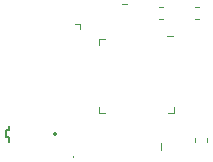
<source format=gbr>
%TF.GenerationSoftware,KiCad,Pcbnew,(5.1.6-0-10_14)*%
%TF.CreationDate,2020-10-05T23:02:53+09:00*%
%TF.ProjectId,RF920A,52463932-3041-42e6-9b69-6361645f7063,rev?*%
%TF.SameCoordinates,Original*%
%TF.FileFunction,Legend,Top*%
%TF.FilePolarity,Positive*%
%FSLAX46Y46*%
G04 Gerber Fmt 4.6, Leading zero omitted, Abs format (unit mm)*
G04 Created by KiCad (PCBNEW (5.1.6-0-10_14)) date 2020-10-05 23:02:53*
%MOMM*%
%LPD*%
G01*
G04 APERTURE LIST*
%ADD10C,0.120000*%
%ADD11C,0.127000*%
%ADD12C,0.200000*%
G04 APERTURE END LIST*
D10*
%TO.C,U1*%
X164875000Y-96200000D02*
X164367000Y-96200000D01*
X158633000Y-96941000D02*
X158633000Y-96433000D01*
X158633000Y-96433000D02*
X159141000Y-96433000D01*
X159141000Y-102767000D02*
X158633000Y-102767000D01*
X158633000Y-102767000D02*
X158633000Y-102259000D01*
X164967000Y-102259000D02*
X164967000Y-102767000D01*
X164967000Y-102767000D02*
X164459000Y-102767000D01*
D11*
%TO.C,U2*%
X150740000Y-104200000D02*
X150740000Y-104800000D01*
X150740000Y-104800000D02*
X150990000Y-104800000D01*
X150990000Y-104800000D02*
X150990000Y-105200000D01*
X150990000Y-103800000D02*
X150990000Y-104200000D01*
X150990000Y-104200000D02*
X150740000Y-104200000D01*
D12*
X155000000Y-104520000D02*
G75*
G03*
X155000000Y-104520000I-100000J0D01*
G01*
D10*
%TO.C,U5*%
X161000000Y-93550000D02*
X160600000Y-93550000D01*
%TO.C,C1*%
X166790000Y-104837221D02*
X166790000Y-105162779D01*
X167810000Y-104837221D02*
X167810000Y-105162779D01*
%TO.C,C13*%
X163699721Y-94810000D02*
X164025279Y-94810000D01*
X163699721Y-93790000D02*
X164025279Y-93790000D01*
%TO.C,C11*%
X167100279Y-93790000D02*
X166774721Y-93790000D01*
X167100279Y-94810000D02*
X166774721Y-94810000D01*
%TO.C,U6*%
X156600000Y-95200000D02*
X157000000Y-95200000D01*
X157000000Y-95200000D02*
X157000000Y-95600000D01*
%TO.C,U4*%
X163875000Y-105900000D02*
X163875000Y-105300000D01*
%TO.C,U3*%
X156400000Y-106500000D02*
X156400000Y-106375000D01*
%TD*%
M02*

</source>
